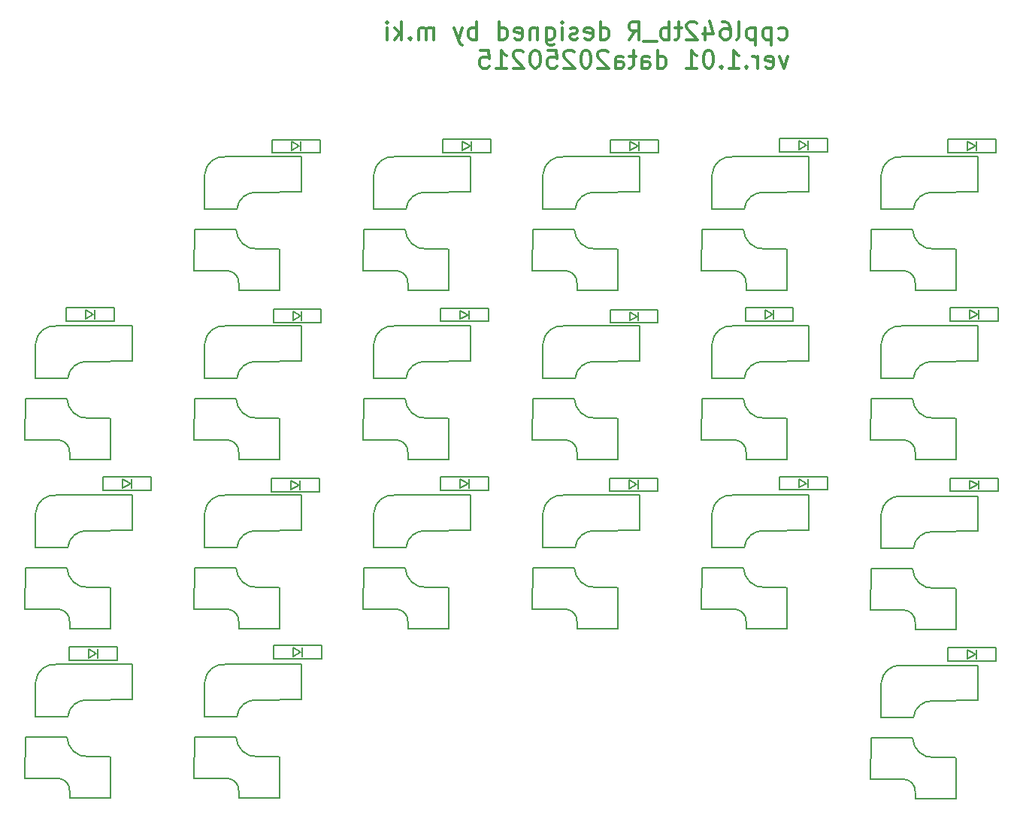
<source format=gbr>
%TF.GenerationSoftware,KiCad,Pcbnew,8.0.7*%
%TF.CreationDate,2025-02-16T08:40:01+09:00*%
%TF.ProjectId,cool642tb_R,636f6f6c-3634-4327-9462-5f522e6b6963,rev?*%
%TF.SameCoordinates,Original*%
%TF.FileFunction,Legend,Bot*%
%TF.FilePolarity,Positive*%
%FSLAX46Y46*%
G04 Gerber Fmt 4.6, Leading zero omitted, Abs format (unit mm)*
G04 Created by KiCad (PCBNEW 8.0.7) date 2025-02-16 08:40:01*
%MOMM*%
%LPD*%
G01*
G04 APERTURE LIST*
%ADD10C,0.300000*%
%ADD11C,0.150000*%
G04 APERTURE END LIST*
D10*
X58549298Y20105488D02*
X58739774Y20010249D01*
X58739774Y20010249D02*
X59120727Y20010249D01*
X59120727Y20010249D02*
X59311203Y20105488D01*
X59311203Y20105488D02*
X59406441Y20200726D01*
X59406441Y20200726D02*
X59501679Y20391202D01*
X59501679Y20391202D02*
X59501679Y20962630D01*
X59501679Y20962630D02*
X59406441Y21153107D01*
X59406441Y21153107D02*
X59311203Y21248345D01*
X59311203Y21248345D02*
X59120727Y21343583D01*
X59120727Y21343583D02*
X58739774Y21343583D01*
X58739774Y21343583D02*
X58549298Y21248345D01*
X57692155Y21343583D02*
X57692155Y19343583D01*
X57692155Y21248345D02*
X57501679Y21343583D01*
X57501679Y21343583D02*
X57120726Y21343583D01*
X57120726Y21343583D02*
X56930250Y21248345D01*
X56930250Y21248345D02*
X56835012Y21153107D01*
X56835012Y21153107D02*
X56739774Y20962630D01*
X56739774Y20962630D02*
X56739774Y20391202D01*
X56739774Y20391202D02*
X56835012Y20200726D01*
X56835012Y20200726D02*
X56930250Y20105488D01*
X56930250Y20105488D02*
X57120726Y20010249D01*
X57120726Y20010249D02*
X57501679Y20010249D01*
X57501679Y20010249D02*
X57692155Y20105488D01*
X55882631Y21343583D02*
X55882631Y19343583D01*
X55882631Y21248345D02*
X55692155Y21343583D01*
X55692155Y21343583D02*
X55311202Y21343583D01*
X55311202Y21343583D02*
X55120726Y21248345D01*
X55120726Y21248345D02*
X55025488Y21153107D01*
X55025488Y21153107D02*
X54930250Y20962630D01*
X54930250Y20962630D02*
X54930250Y20391202D01*
X54930250Y20391202D02*
X55025488Y20200726D01*
X55025488Y20200726D02*
X55120726Y20105488D01*
X55120726Y20105488D02*
X55311202Y20010249D01*
X55311202Y20010249D02*
X55692155Y20010249D01*
X55692155Y20010249D02*
X55882631Y20105488D01*
X53787393Y20010249D02*
X53977869Y20105488D01*
X53977869Y20105488D02*
X54073107Y20295964D01*
X54073107Y20295964D02*
X54073107Y22010249D01*
X52168345Y22010249D02*
X52549298Y22010249D01*
X52549298Y22010249D02*
X52739774Y21915011D01*
X52739774Y21915011D02*
X52835012Y21819773D01*
X52835012Y21819773D02*
X53025488Y21534059D01*
X53025488Y21534059D02*
X53120726Y21153107D01*
X53120726Y21153107D02*
X53120726Y20391202D01*
X53120726Y20391202D02*
X53025488Y20200726D01*
X53025488Y20200726D02*
X52930250Y20105488D01*
X52930250Y20105488D02*
X52739774Y20010249D01*
X52739774Y20010249D02*
X52358821Y20010249D01*
X52358821Y20010249D02*
X52168345Y20105488D01*
X52168345Y20105488D02*
X52073107Y20200726D01*
X52073107Y20200726D02*
X51977869Y20391202D01*
X51977869Y20391202D02*
X51977869Y20867392D01*
X51977869Y20867392D02*
X52073107Y21057868D01*
X52073107Y21057868D02*
X52168345Y21153107D01*
X52168345Y21153107D02*
X52358821Y21248345D01*
X52358821Y21248345D02*
X52739774Y21248345D01*
X52739774Y21248345D02*
X52930250Y21153107D01*
X52930250Y21153107D02*
X53025488Y21057868D01*
X53025488Y21057868D02*
X53120726Y20867392D01*
X50263583Y21343583D02*
X50263583Y20010249D01*
X50739774Y22105488D02*
X51215964Y20676916D01*
X51215964Y20676916D02*
X49977869Y20676916D01*
X49311202Y21819773D02*
X49215964Y21915011D01*
X49215964Y21915011D02*
X49025488Y22010249D01*
X49025488Y22010249D02*
X48549297Y22010249D01*
X48549297Y22010249D02*
X48358821Y21915011D01*
X48358821Y21915011D02*
X48263583Y21819773D01*
X48263583Y21819773D02*
X48168345Y21629297D01*
X48168345Y21629297D02*
X48168345Y21438821D01*
X48168345Y21438821D02*
X48263583Y21153107D01*
X48263583Y21153107D02*
X49406440Y20010249D01*
X49406440Y20010249D02*
X48168345Y20010249D01*
X47596916Y21343583D02*
X46835012Y21343583D01*
X47311202Y22010249D02*
X47311202Y20295964D01*
X47311202Y20295964D02*
X47215964Y20105488D01*
X47215964Y20105488D02*
X47025488Y20010249D01*
X47025488Y20010249D02*
X46835012Y20010249D01*
X46168345Y20010249D02*
X46168345Y22010249D01*
X46168345Y21248345D02*
X45977869Y21343583D01*
X45977869Y21343583D02*
X45596916Y21343583D01*
X45596916Y21343583D02*
X45406440Y21248345D01*
X45406440Y21248345D02*
X45311202Y21153107D01*
X45311202Y21153107D02*
X45215964Y20962630D01*
X45215964Y20962630D02*
X45215964Y20391202D01*
X45215964Y20391202D02*
X45311202Y20200726D01*
X45311202Y20200726D02*
X45406440Y20105488D01*
X45406440Y20105488D02*
X45596916Y20010249D01*
X45596916Y20010249D02*
X45977869Y20010249D01*
X45977869Y20010249D02*
X46168345Y20105488D01*
X44835012Y19819773D02*
X43311202Y19819773D01*
X41692154Y20010249D02*
X42358821Y20962630D01*
X42835011Y20010249D02*
X42835011Y22010249D01*
X42835011Y22010249D02*
X42073106Y22010249D01*
X42073106Y22010249D02*
X41882630Y21915011D01*
X41882630Y21915011D02*
X41787392Y21819773D01*
X41787392Y21819773D02*
X41692154Y21629297D01*
X41692154Y21629297D02*
X41692154Y21343583D01*
X41692154Y21343583D02*
X41787392Y21153107D01*
X41787392Y21153107D02*
X41882630Y21057868D01*
X41882630Y21057868D02*
X42073106Y20962630D01*
X42073106Y20962630D02*
X42835011Y20962630D01*
X38454058Y20010249D02*
X38454058Y22010249D01*
X38454058Y20105488D02*
X38644534Y20010249D01*
X38644534Y20010249D02*
X39025487Y20010249D01*
X39025487Y20010249D02*
X39215963Y20105488D01*
X39215963Y20105488D02*
X39311201Y20200726D01*
X39311201Y20200726D02*
X39406439Y20391202D01*
X39406439Y20391202D02*
X39406439Y20962630D01*
X39406439Y20962630D02*
X39311201Y21153107D01*
X39311201Y21153107D02*
X39215963Y21248345D01*
X39215963Y21248345D02*
X39025487Y21343583D01*
X39025487Y21343583D02*
X38644534Y21343583D01*
X38644534Y21343583D02*
X38454058Y21248345D01*
X36739772Y20105488D02*
X36930248Y20010249D01*
X36930248Y20010249D02*
X37311201Y20010249D01*
X37311201Y20010249D02*
X37501677Y20105488D01*
X37501677Y20105488D02*
X37596915Y20295964D01*
X37596915Y20295964D02*
X37596915Y21057868D01*
X37596915Y21057868D02*
X37501677Y21248345D01*
X37501677Y21248345D02*
X37311201Y21343583D01*
X37311201Y21343583D02*
X36930248Y21343583D01*
X36930248Y21343583D02*
X36739772Y21248345D01*
X36739772Y21248345D02*
X36644534Y21057868D01*
X36644534Y21057868D02*
X36644534Y20867392D01*
X36644534Y20867392D02*
X37596915Y20676916D01*
X35882629Y20105488D02*
X35692153Y20010249D01*
X35692153Y20010249D02*
X35311201Y20010249D01*
X35311201Y20010249D02*
X35120724Y20105488D01*
X35120724Y20105488D02*
X35025486Y20295964D01*
X35025486Y20295964D02*
X35025486Y20391202D01*
X35025486Y20391202D02*
X35120724Y20581678D01*
X35120724Y20581678D02*
X35311201Y20676916D01*
X35311201Y20676916D02*
X35596915Y20676916D01*
X35596915Y20676916D02*
X35787391Y20772154D01*
X35787391Y20772154D02*
X35882629Y20962630D01*
X35882629Y20962630D02*
X35882629Y21057868D01*
X35882629Y21057868D02*
X35787391Y21248345D01*
X35787391Y21248345D02*
X35596915Y21343583D01*
X35596915Y21343583D02*
X35311201Y21343583D01*
X35311201Y21343583D02*
X35120724Y21248345D01*
X34168343Y20010249D02*
X34168343Y21343583D01*
X34168343Y22010249D02*
X34263581Y21915011D01*
X34263581Y21915011D02*
X34168343Y21819773D01*
X34168343Y21819773D02*
X34073105Y21915011D01*
X34073105Y21915011D02*
X34168343Y22010249D01*
X34168343Y22010249D02*
X34168343Y21819773D01*
X32358819Y21343583D02*
X32358819Y19724535D01*
X32358819Y19724535D02*
X32454057Y19534059D01*
X32454057Y19534059D02*
X32549295Y19438821D01*
X32549295Y19438821D02*
X32739772Y19343583D01*
X32739772Y19343583D02*
X33025486Y19343583D01*
X33025486Y19343583D02*
X33215962Y19438821D01*
X32358819Y20105488D02*
X32549295Y20010249D01*
X32549295Y20010249D02*
X32930248Y20010249D01*
X32930248Y20010249D02*
X33120724Y20105488D01*
X33120724Y20105488D02*
X33215962Y20200726D01*
X33215962Y20200726D02*
X33311200Y20391202D01*
X33311200Y20391202D02*
X33311200Y20962630D01*
X33311200Y20962630D02*
X33215962Y21153107D01*
X33215962Y21153107D02*
X33120724Y21248345D01*
X33120724Y21248345D02*
X32930248Y21343583D01*
X32930248Y21343583D02*
X32549295Y21343583D01*
X32549295Y21343583D02*
X32358819Y21248345D01*
X31406438Y21343583D02*
X31406438Y20010249D01*
X31406438Y21153107D02*
X31311200Y21248345D01*
X31311200Y21248345D02*
X31120724Y21343583D01*
X31120724Y21343583D02*
X30835009Y21343583D01*
X30835009Y21343583D02*
X30644533Y21248345D01*
X30644533Y21248345D02*
X30549295Y21057868D01*
X30549295Y21057868D02*
X30549295Y20010249D01*
X28835009Y20105488D02*
X29025485Y20010249D01*
X29025485Y20010249D02*
X29406438Y20010249D01*
X29406438Y20010249D02*
X29596914Y20105488D01*
X29596914Y20105488D02*
X29692152Y20295964D01*
X29692152Y20295964D02*
X29692152Y21057868D01*
X29692152Y21057868D02*
X29596914Y21248345D01*
X29596914Y21248345D02*
X29406438Y21343583D01*
X29406438Y21343583D02*
X29025485Y21343583D01*
X29025485Y21343583D02*
X28835009Y21248345D01*
X28835009Y21248345D02*
X28739771Y21057868D01*
X28739771Y21057868D02*
X28739771Y20867392D01*
X28739771Y20867392D02*
X29692152Y20676916D01*
X27025485Y20010249D02*
X27025485Y22010249D01*
X27025485Y20105488D02*
X27215961Y20010249D01*
X27215961Y20010249D02*
X27596914Y20010249D01*
X27596914Y20010249D02*
X27787390Y20105488D01*
X27787390Y20105488D02*
X27882628Y20200726D01*
X27882628Y20200726D02*
X27977866Y20391202D01*
X27977866Y20391202D02*
X27977866Y20962630D01*
X27977866Y20962630D02*
X27882628Y21153107D01*
X27882628Y21153107D02*
X27787390Y21248345D01*
X27787390Y21248345D02*
X27596914Y21343583D01*
X27596914Y21343583D02*
X27215961Y21343583D01*
X27215961Y21343583D02*
X27025485Y21248345D01*
X24549294Y20010249D02*
X24549294Y22010249D01*
X24549294Y21248345D02*
X24358818Y21343583D01*
X24358818Y21343583D02*
X23977865Y21343583D01*
X23977865Y21343583D02*
X23787389Y21248345D01*
X23787389Y21248345D02*
X23692151Y21153107D01*
X23692151Y21153107D02*
X23596913Y20962630D01*
X23596913Y20962630D02*
X23596913Y20391202D01*
X23596913Y20391202D02*
X23692151Y20200726D01*
X23692151Y20200726D02*
X23787389Y20105488D01*
X23787389Y20105488D02*
X23977865Y20010249D01*
X23977865Y20010249D02*
X24358818Y20010249D01*
X24358818Y20010249D02*
X24549294Y20105488D01*
X22930246Y21343583D02*
X22454056Y20010249D01*
X21977865Y21343583D02*
X22454056Y20010249D01*
X22454056Y20010249D02*
X22644532Y19534059D01*
X22644532Y19534059D02*
X22739770Y19438821D01*
X22739770Y19438821D02*
X22930246Y19343583D01*
X19692150Y20010249D02*
X19692150Y21343583D01*
X19692150Y21153107D02*
X19596912Y21248345D01*
X19596912Y21248345D02*
X19406436Y21343583D01*
X19406436Y21343583D02*
X19120721Y21343583D01*
X19120721Y21343583D02*
X18930245Y21248345D01*
X18930245Y21248345D02*
X18835007Y21057868D01*
X18835007Y21057868D02*
X18835007Y20010249D01*
X18835007Y21057868D02*
X18739769Y21248345D01*
X18739769Y21248345D02*
X18549293Y21343583D01*
X18549293Y21343583D02*
X18263579Y21343583D01*
X18263579Y21343583D02*
X18073102Y21248345D01*
X18073102Y21248345D02*
X17977864Y21057868D01*
X17977864Y21057868D02*
X17977864Y20010249D01*
X17025483Y20200726D02*
X16930245Y20105488D01*
X16930245Y20105488D02*
X17025483Y20010249D01*
X17025483Y20010249D02*
X17120721Y20105488D01*
X17120721Y20105488D02*
X17025483Y20200726D01*
X17025483Y20200726D02*
X17025483Y20010249D01*
X16073102Y20010249D02*
X16073102Y22010249D01*
X15882626Y20772154D02*
X15311197Y20010249D01*
X15311197Y21343583D02*
X16073102Y20581678D01*
X14454054Y20010249D02*
X14454054Y21343583D01*
X14454054Y22010249D02*
X14549292Y21915011D01*
X14549292Y21915011D02*
X14454054Y21819773D01*
X14454054Y21819773D02*
X14358816Y21915011D01*
X14358816Y21915011D02*
X14454054Y22010249D01*
X14454054Y22010249D02*
X14454054Y21819773D01*
X59596917Y18123695D02*
X59120727Y16790361D01*
X59120727Y16790361D02*
X58644536Y18123695D01*
X57120726Y16885600D02*
X57311202Y16790361D01*
X57311202Y16790361D02*
X57692155Y16790361D01*
X57692155Y16790361D02*
X57882631Y16885600D01*
X57882631Y16885600D02*
X57977869Y17076076D01*
X57977869Y17076076D02*
X57977869Y17837980D01*
X57977869Y17837980D02*
X57882631Y18028457D01*
X57882631Y18028457D02*
X57692155Y18123695D01*
X57692155Y18123695D02*
X57311202Y18123695D01*
X57311202Y18123695D02*
X57120726Y18028457D01*
X57120726Y18028457D02*
X57025488Y17837980D01*
X57025488Y17837980D02*
X57025488Y17647504D01*
X57025488Y17647504D02*
X57977869Y17457028D01*
X56168345Y16790361D02*
X56168345Y18123695D01*
X56168345Y17742742D02*
X56073107Y17933219D01*
X56073107Y17933219D02*
X55977869Y18028457D01*
X55977869Y18028457D02*
X55787393Y18123695D01*
X55787393Y18123695D02*
X55596916Y18123695D01*
X54930250Y16980838D02*
X54835012Y16885600D01*
X54835012Y16885600D02*
X54930250Y16790361D01*
X54930250Y16790361D02*
X55025488Y16885600D01*
X55025488Y16885600D02*
X54930250Y16980838D01*
X54930250Y16980838D02*
X54930250Y16790361D01*
X52930250Y16790361D02*
X54073107Y16790361D01*
X53501679Y16790361D02*
X53501679Y18790361D01*
X53501679Y18790361D02*
X53692155Y18504647D01*
X53692155Y18504647D02*
X53882631Y18314171D01*
X53882631Y18314171D02*
X54073107Y18218933D01*
X52073107Y16980838D02*
X51977869Y16885600D01*
X51977869Y16885600D02*
X52073107Y16790361D01*
X52073107Y16790361D02*
X52168345Y16885600D01*
X52168345Y16885600D02*
X52073107Y16980838D01*
X52073107Y16980838D02*
X52073107Y16790361D01*
X50739774Y18790361D02*
X50549297Y18790361D01*
X50549297Y18790361D02*
X50358821Y18695123D01*
X50358821Y18695123D02*
X50263583Y18599885D01*
X50263583Y18599885D02*
X50168345Y18409409D01*
X50168345Y18409409D02*
X50073107Y18028457D01*
X50073107Y18028457D02*
X50073107Y17552266D01*
X50073107Y17552266D02*
X50168345Y17171314D01*
X50168345Y17171314D02*
X50263583Y16980838D01*
X50263583Y16980838D02*
X50358821Y16885600D01*
X50358821Y16885600D02*
X50549297Y16790361D01*
X50549297Y16790361D02*
X50739774Y16790361D01*
X50739774Y16790361D02*
X50930250Y16885600D01*
X50930250Y16885600D02*
X51025488Y16980838D01*
X51025488Y16980838D02*
X51120726Y17171314D01*
X51120726Y17171314D02*
X51215964Y17552266D01*
X51215964Y17552266D02*
X51215964Y18028457D01*
X51215964Y18028457D02*
X51120726Y18409409D01*
X51120726Y18409409D02*
X51025488Y18599885D01*
X51025488Y18599885D02*
X50930250Y18695123D01*
X50930250Y18695123D02*
X50739774Y18790361D01*
X48168345Y16790361D02*
X49311202Y16790361D01*
X48739774Y16790361D02*
X48739774Y18790361D01*
X48739774Y18790361D02*
X48930250Y18504647D01*
X48930250Y18504647D02*
X49120726Y18314171D01*
X49120726Y18314171D02*
X49311202Y18218933D01*
X44930249Y16790361D02*
X44930249Y18790361D01*
X44930249Y16885600D02*
X45120725Y16790361D01*
X45120725Y16790361D02*
X45501678Y16790361D01*
X45501678Y16790361D02*
X45692154Y16885600D01*
X45692154Y16885600D02*
X45787392Y16980838D01*
X45787392Y16980838D02*
X45882630Y17171314D01*
X45882630Y17171314D02*
X45882630Y17742742D01*
X45882630Y17742742D02*
X45787392Y17933219D01*
X45787392Y17933219D02*
X45692154Y18028457D01*
X45692154Y18028457D02*
X45501678Y18123695D01*
X45501678Y18123695D02*
X45120725Y18123695D01*
X45120725Y18123695D02*
X44930249Y18028457D01*
X43120725Y16790361D02*
X43120725Y17837980D01*
X43120725Y17837980D02*
X43215963Y18028457D01*
X43215963Y18028457D02*
X43406439Y18123695D01*
X43406439Y18123695D02*
X43787392Y18123695D01*
X43787392Y18123695D02*
X43977868Y18028457D01*
X43120725Y16885600D02*
X43311201Y16790361D01*
X43311201Y16790361D02*
X43787392Y16790361D01*
X43787392Y16790361D02*
X43977868Y16885600D01*
X43977868Y16885600D02*
X44073106Y17076076D01*
X44073106Y17076076D02*
X44073106Y17266552D01*
X44073106Y17266552D02*
X43977868Y17457028D01*
X43977868Y17457028D02*
X43787392Y17552266D01*
X43787392Y17552266D02*
X43311201Y17552266D01*
X43311201Y17552266D02*
X43120725Y17647504D01*
X42454058Y18123695D02*
X41692154Y18123695D01*
X42168344Y18790361D02*
X42168344Y17076076D01*
X42168344Y17076076D02*
X42073106Y16885600D01*
X42073106Y16885600D02*
X41882630Y16790361D01*
X41882630Y16790361D02*
X41692154Y16790361D01*
X40168344Y16790361D02*
X40168344Y17837980D01*
X40168344Y17837980D02*
X40263582Y18028457D01*
X40263582Y18028457D02*
X40454058Y18123695D01*
X40454058Y18123695D02*
X40835011Y18123695D01*
X40835011Y18123695D02*
X41025487Y18028457D01*
X40168344Y16885600D02*
X40358820Y16790361D01*
X40358820Y16790361D02*
X40835011Y16790361D01*
X40835011Y16790361D02*
X41025487Y16885600D01*
X41025487Y16885600D02*
X41120725Y17076076D01*
X41120725Y17076076D02*
X41120725Y17266552D01*
X41120725Y17266552D02*
X41025487Y17457028D01*
X41025487Y17457028D02*
X40835011Y17552266D01*
X40835011Y17552266D02*
X40358820Y17552266D01*
X40358820Y17552266D02*
X40168344Y17647504D01*
X39311201Y18599885D02*
X39215963Y18695123D01*
X39215963Y18695123D02*
X39025487Y18790361D01*
X39025487Y18790361D02*
X38549296Y18790361D01*
X38549296Y18790361D02*
X38358820Y18695123D01*
X38358820Y18695123D02*
X38263582Y18599885D01*
X38263582Y18599885D02*
X38168344Y18409409D01*
X38168344Y18409409D02*
X38168344Y18218933D01*
X38168344Y18218933D02*
X38263582Y17933219D01*
X38263582Y17933219D02*
X39406439Y16790361D01*
X39406439Y16790361D02*
X38168344Y16790361D01*
X36930249Y18790361D02*
X36739772Y18790361D01*
X36739772Y18790361D02*
X36549296Y18695123D01*
X36549296Y18695123D02*
X36454058Y18599885D01*
X36454058Y18599885D02*
X36358820Y18409409D01*
X36358820Y18409409D02*
X36263582Y18028457D01*
X36263582Y18028457D02*
X36263582Y17552266D01*
X36263582Y17552266D02*
X36358820Y17171314D01*
X36358820Y17171314D02*
X36454058Y16980838D01*
X36454058Y16980838D02*
X36549296Y16885600D01*
X36549296Y16885600D02*
X36739772Y16790361D01*
X36739772Y16790361D02*
X36930249Y16790361D01*
X36930249Y16790361D02*
X37120725Y16885600D01*
X37120725Y16885600D02*
X37215963Y16980838D01*
X37215963Y16980838D02*
X37311201Y17171314D01*
X37311201Y17171314D02*
X37406439Y17552266D01*
X37406439Y17552266D02*
X37406439Y18028457D01*
X37406439Y18028457D02*
X37311201Y18409409D01*
X37311201Y18409409D02*
X37215963Y18599885D01*
X37215963Y18599885D02*
X37120725Y18695123D01*
X37120725Y18695123D02*
X36930249Y18790361D01*
X35501677Y18599885D02*
X35406439Y18695123D01*
X35406439Y18695123D02*
X35215963Y18790361D01*
X35215963Y18790361D02*
X34739772Y18790361D01*
X34739772Y18790361D02*
X34549296Y18695123D01*
X34549296Y18695123D02*
X34454058Y18599885D01*
X34454058Y18599885D02*
X34358820Y18409409D01*
X34358820Y18409409D02*
X34358820Y18218933D01*
X34358820Y18218933D02*
X34454058Y17933219D01*
X34454058Y17933219D02*
X35596915Y16790361D01*
X35596915Y16790361D02*
X34358820Y16790361D01*
X32549296Y18790361D02*
X33501677Y18790361D01*
X33501677Y18790361D02*
X33596915Y17837980D01*
X33596915Y17837980D02*
X33501677Y17933219D01*
X33501677Y17933219D02*
X33311201Y18028457D01*
X33311201Y18028457D02*
X32835010Y18028457D01*
X32835010Y18028457D02*
X32644534Y17933219D01*
X32644534Y17933219D02*
X32549296Y17837980D01*
X32549296Y17837980D02*
X32454058Y17647504D01*
X32454058Y17647504D02*
X32454058Y17171314D01*
X32454058Y17171314D02*
X32549296Y16980838D01*
X32549296Y16980838D02*
X32644534Y16885600D01*
X32644534Y16885600D02*
X32835010Y16790361D01*
X32835010Y16790361D02*
X33311201Y16790361D01*
X33311201Y16790361D02*
X33501677Y16885600D01*
X33501677Y16885600D02*
X33596915Y16980838D01*
X31215963Y18790361D02*
X31025486Y18790361D01*
X31025486Y18790361D02*
X30835010Y18695123D01*
X30835010Y18695123D02*
X30739772Y18599885D01*
X30739772Y18599885D02*
X30644534Y18409409D01*
X30644534Y18409409D02*
X30549296Y18028457D01*
X30549296Y18028457D02*
X30549296Y17552266D01*
X30549296Y17552266D02*
X30644534Y17171314D01*
X30644534Y17171314D02*
X30739772Y16980838D01*
X30739772Y16980838D02*
X30835010Y16885600D01*
X30835010Y16885600D02*
X31025486Y16790361D01*
X31025486Y16790361D02*
X31215963Y16790361D01*
X31215963Y16790361D02*
X31406439Y16885600D01*
X31406439Y16885600D02*
X31501677Y16980838D01*
X31501677Y16980838D02*
X31596915Y17171314D01*
X31596915Y17171314D02*
X31692153Y17552266D01*
X31692153Y17552266D02*
X31692153Y18028457D01*
X31692153Y18028457D02*
X31596915Y18409409D01*
X31596915Y18409409D02*
X31501677Y18599885D01*
X31501677Y18599885D02*
X31406439Y18695123D01*
X31406439Y18695123D02*
X31215963Y18790361D01*
X29787391Y18599885D02*
X29692153Y18695123D01*
X29692153Y18695123D02*
X29501677Y18790361D01*
X29501677Y18790361D02*
X29025486Y18790361D01*
X29025486Y18790361D02*
X28835010Y18695123D01*
X28835010Y18695123D02*
X28739772Y18599885D01*
X28739772Y18599885D02*
X28644534Y18409409D01*
X28644534Y18409409D02*
X28644534Y18218933D01*
X28644534Y18218933D02*
X28739772Y17933219D01*
X28739772Y17933219D02*
X29882629Y16790361D01*
X29882629Y16790361D02*
X28644534Y16790361D01*
X26739772Y16790361D02*
X27882629Y16790361D01*
X27311201Y16790361D02*
X27311201Y18790361D01*
X27311201Y18790361D02*
X27501677Y18504647D01*
X27501677Y18504647D02*
X27692153Y18314171D01*
X27692153Y18314171D02*
X27882629Y18218933D01*
X24930248Y18790361D02*
X25882629Y18790361D01*
X25882629Y18790361D02*
X25977867Y17837980D01*
X25977867Y17837980D02*
X25882629Y17933219D01*
X25882629Y17933219D02*
X25692153Y18028457D01*
X25692153Y18028457D02*
X25215962Y18028457D01*
X25215962Y18028457D02*
X25025486Y17933219D01*
X25025486Y17933219D02*
X24930248Y17837980D01*
X24930248Y17837980D02*
X24835010Y17647504D01*
X24835010Y17647504D02*
X24835010Y17171314D01*
X24835010Y17171314D02*
X24930248Y16980838D01*
X24930248Y16980838D02*
X25025486Y16885600D01*
X25025486Y16885600D02*
X25215962Y16790361D01*
X25215962Y16790361D02*
X25692153Y16790361D01*
X25692153Y16790361D02*
X25882629Y16885600D01*
X25882629Y16885600D02*
X25977867Y16980838D01*
D11*
%TO.C,D7*%
X20450000Y-29260000D02*
X20450000Y-30760000D01*
X20450000Y-30760000D02*
X25850000Y-30760000D01*
X22650000Y-29510000D02*
X23550000Y-30010000D01*
X22650000Y-30510000D02*
X22650000Y-29510000D01*
X23550000Y-30010000D02*
X22650000Y-30510000D01*
X23650000Y-30510000D02*
X23650000Y-29510000D01*
X25850000Y-29260000D02*
X20450000Y-29260000D01*
X25850000Y-30760000D02*
X25850000Y-29260000D01*
%TO.C,D11*%
X39480000Y-29350000D02*
X39480000Y-30850000D01*
X39480000Y-30850000D02*
X44880000Y-30850000D01*
X41680000Y-29600000D02*
X42580000Y-30100000D01*
X41680000Y-30600000D02*
X41680000Y-29600000D01*
X42580000Y-30100000D02*
X41680000Y-30600000D01*
X42680000Y-30600000D02*
X42680000Y-29600000D01*
X44880000Y-29350000D02*
X39480000Y-29350000D01*
X44880000Y-30850000D02*
X44880000Y-29350000D01*
%TO.C,SW1*%
X-7275000Y-1400000D02*
X-7300000Y-6000000D01*
X-6100000Y4850000D02*
X-6100000Y905000D01*
X-6100000Y896000D02*
X-2490000Y896000D01*
X-3500000Y-6025000D02*
X-7275000Y-6025000D01*
X-2575000Y-1375000D02*
X-7275000Y-1375000D01*
X-2280000Y-7500000D02*
X-2280000Y-8200000D01*
X2275000Y-3575000D02*
X-275000Y-3575000D01*
X2275000Y-8225000D02*
X-2275000Y-8225000D01*
X2300000Y-3600000D02*
X2300000Y-8200000D01*
X4800000Y6804000D02*
X-3825000Y6804000D01*
X4800000Y2896000D02*
X4800000Y6804000D01*
X4800000Y2850000D02*
X-250000Y2804000D01*
X-6089000Y4920000D02*
G75*
G02*
X-3825000Y6804000I2074000J-190000D01*
G01*
X-3500000Y-6030000D02*
G75*
G02*
X-2280000Y-7450000I-100000J-1320000D01*
G01*
X-2485000Y920000D02*
G75*
G02*
X-225000Y2800000I2070000J-190000D01*
G01*
X-200000Y-3570000D02*
G75*
G02*
X-2570000Y-1400000I-100000J2270000D01*
G01*
%TO.C,D20*%
X77620000Y-48450000D02*
X77620000Y-49950000D01*
X77620000Y-49950000D02*
X83020000Y-49950000D01*
X79820000Y-48700000D02*
X80720000Y-49200000D01*
X79820000Y-49700000D02*
X79820000Y-48700000D01*
X80720000Y-49200000D02*
X79820000Y-49700000D01*
X80820000Y-49700000D02*
X80820000Y-48700000D01*
X83020000Y-48450000D02*
X77620000Y-48450000D01*
X83020000Y-49950000D02*
X83020000Y-48450000D01*
%TO.C,SW8*%
X-26325000Y-39500000D02*
X-26350000Y-44100000D01*
X-25150000Y-33250000D02*
X-25150000Y-37195000D01*
X-25150000Y-37204000D02*
X-21540000Y-37204000D01*
X-22550000Y-44125000D02*
X-26325000Y-44125000D01*
X-21625000Y-39475000D02*
X-26325000Y-39475000D01*
X-21330000Y-45600000D02*
X-21330000Y-46300000D01*
X-16775000Y-41675000D02*
X-19325000Y-41675000D01*
X-16775000Y-46325000D02*
X-21325000Y-46325000D01*
X-16750000Y-41700000D02*
X-16750000Y-46300000D01*
X-14250000Y-31296000D02*
X-22875000Y-31296000D01*
X-14250000Y-35204000D02*
X-14250000Y-31296000D01*
X-14250000Y-35250000D02*
X-19300000Y-35296000D01*
X-25139000Y-33180000D02*
G75*
G02*
X-22875000Y-31296000I2074000J-190000D01*
G01*
X-22550000Y-44130000D02*
G75*
G02*
X-21330000Y-45550000I-100000J-1320000D01*
G01*
X-21535000Y-37180000D02*
G75*
G02*
X-19275000Y-35300000I2070000J-190000D01*
G01*
X-19250000Y-41670000D02*
G75*
G02*
X-21620000Y-39500000I-100000J2270000D01*
G01*
%TO.C,D13*%
X58610000Y8890000D02*
X58610000Y7390000D01*
X58610000Y7390000D02*
X64010000Y7390000D01*
X60810000Y8640000D02*
X61710000Y8140000D01*
X60810000Y7640000D02*
X60810000Y8640000D01*
X61710000Y8140000D02*
X60810000Y7640000D01*
X61810000Y7640000D02*
X61810000Y8640000D01*
X64010000Y8890000D02*
X58610000Y8890000D01*
X64010000Y7390000D02*
X64010000Y8890000D01*
%TO.C,SW15*%
X49875000Y-39500000D02*
X49850000Y-44100000D01*
X51050000Y-33250000D02*
X51050000Y-37195000D01*
X51050000Y-37204000D02*
X54660000Y-37204000D01*
X53650000Y-44125000D02*
X49875000Y-44125000D01*
X54575000Y-39475000D02*
X49875000Y-39475000D01*
X54870000Y-45600000D02*
X54870000Y-46300000D01*
X59425000Y-41675000D02*
X56875000Y-41675000D01*
X59425000Y-46325000D02*
X54875000Y-46325000D01*
X59450000Y-41700000D02*
X59450000Y-46300000D01*
X61950000Y-31296000D02*
X53325000Y-31296000D01*
X61950000Y-35204000D02*
X61950000Y-31296000D01*
X61950000Y-35250000D02*
X56900000Y-35296000D01*
X51061000Y-33180000D02*
G75*
G02*
X53325000Y-31296000I2074000J-190000D01*
G01*
X53650000Y-44130000D02*
G75*
G02*
X54870000Y-45550000I-100000J-1320000D01*
G01*
X54665000Y-37180000D02*
G75*
G02*
X56925000Y-35300000I2070000J-190000D01*
G01*
X56950000Y-41670000D02*
G75*
G02*
X54580000Y-39500000I-100000J2270000D01*
G01*
%TO.C,SW16*%
X-7275000Y-58550000D02*
X-7300000Y-63150000D01*
X-6100000Y-52300000D02*
X-6100000Y-56245000D01*
X-6100000Y-56254000D02*
X-2490000Y-56254000D01*
X-3500000Y-63175000D02*
X-7275000Y-63175000D01*
X-2575000Y-58525000D02*
X-7275000Y-58525000D01*
X-2280000Y-64650000D02*
X-2280000Y-65350000D01*
X2275000Y-60725000D02*
X-275000Y-60725000D01*
X2275000Y-65375000D02*
X-2275000Y-65375000D01*
X2300000Y-60750000D02*
X2300000Y-65350000D01*
X4800000Y-50346000D02*
X-3825000Y-50346000D01*
X4800000Y-54254000D02*
X4800000Y-50346000D01*
X4800000Y-54300000D02*
X-250000Y-54346000D01*
X-6089000Y-52230000D02*
G75*
G02*
X-3825000Y-50346000I2074000J-190000D01*
G01*
X-3500000Y-63180000D02*
G75*
G02*
X-2280000Y-64600000I-100000J-1320000D01*
G01*
X-2485000Y-56230000D02*
G75*
G02*
X-225000Y-54350000I2070000J-190000D01*
G01*
X-200000Y-60720000D02*
G75*
G02*
X-2570000Y-58550000I-100000J2270000D01*
G01*
%TO.C,SW13*%
X49875000Y-1400000D02*
X49850000Y-6000000D01*
X51050000Y4850000D02*
X51050000Y905000D01*
X51050000Y896000D02*
X54660000Y896000D01*
X53650000Y-6025000D02*
X49875000Y-6025000D01*
X54575000Y-1375000D02*
X49875000Y-1375000D01*
X54870000Y-7500000D02*
X54870000Y-8200000D01*
X59425000Y-3575000D02*
X56875000Y-3575000D01*
X59425000Y-8225000D02*
X54875000Y-8225000D01*
X59450000Y-3600000D02*
X59450000Y-8200000D01*
X61950000Y6804000D02*
X53325000Y6804000D01*
X61950000Y2896000D02*
X61950000Y6804000D01*
X61950000Y2850000D02*
X56900000Y2804000D01*
X51061000Y4920000D02*
G75*
G02*
X53325000Y6804000I2074000J-190000D01*
G01*
X53650000Y-6030000D02*
G75*
G02*
X54870000Y-7450000I-100000J-1320000D01*
G01*
X54665000Y920000D02*
G75*
G02*
X56925000Y2800000I2070000J-190000D01*
G01*
X56950000Y-3570000D02*
G75*
G02*
X54580000Y-1400000I-100000J2270000D01*
G01*
%TO.C,D15*%
X58610000Y-29200000D02*
X58610000Y-30700000D01*
X58610000Y-30700000D02*
X64010000Y-30700000D01*
X60810000Y-29450000D02*
X61710000Y-29950000D01*
X60810000Y-30450000D02*
X60810000Y-29450000D01*
X61710000Y-29950000D02*
X60810000Y-30450000D01*
X61810000Y-30450000D02*
X61810000Y-29450000D01*
X64010000Y-29200000D02*
X58610000Y-29200000D01*
X64010000Y-30700000D02*
X64010000Y-29200000D01*
%TO.C,D1*%
X1460000Y8750000D02*
X1460000Y7250000D01*
X1460000Y7250000D02*
X6860000Y7250000D01*
X3660000Y8500000D02*
X4560000Y8000000D01*
X3660000Y7500000D02*
X3660000Y8500000D01*
X4560000Y8000000D02*
X3660000Y7500000D01*
X4660000Y7500000D02*
X4660000Y8500000D01*
X6860000Y8750000D02*
X1460000Y8750000D01*
X6860000Y7250000D02*
X6860000Y8750000D01*
%TO.C,D9*%
X39600000Y8750000D02*
X39600000Y7250000D01*
X39600000Y7250000D02*
X45000000Y7250000D01*
X41800000Y8500000D02*
X42700000Y8000000D01*
X41800000Y7500000D02*
X41800000Y8500000D01*
X42700000Y8000000D02*
X41800000Y7500000D01*
X42800000Y7500000D02*
X42800000Y8500000D01*
X45000000Y8750000D02*
X39600000Y8750000D01*
X45000000Y7250000D02*
X45000000Y8750000D01*
%TO.C,D17*%
X77590000Y8810000D02*
X77590000Y7310000D01*
X77590000Y7310000D02*
X82990000Y7310000D01*
X79790000Y8560000D02*
X80690000Y8060000D01*
X79790000Y7560000D02*
X79790000Y8560000D01*
X80690000Y8060000D02*
X79790000Y7560000D01*
X80790000Y7560000D02*
X80790000Y8560000D01*
X82990000Y8810000D02*
X77590000Y8810000D01*
X82990000Y7310000D02*
X82990000Y8810000D01*
%TO.C,D4*%
X-21740000Y-10200000D02*
X-21740000Y-11700000D01*
X-21740000Y-11700000D02*
X-16340000Y-11700000D01*
X-19540000Y-10450000D02*
X-18640000Y-10950000D01*
X-19540000Y-11450000D02*
X-19540000Y-10450000D01*
X-18640000Y-10950000D02*
X-19540000Y-11450000D01*
X-18540000Y-11450000D02*
X-18540000Y-10450000D01*
X-16340000Y-10200000D02*
X-21740000Y-10200000D01*
X-16340000Y-11700000D02*
X-16340000Y-10200000D01*
%TO.C,D16*%
X1630000Y-48220000D02*
X1630000Y-49720000D01*
X1630000Y-49720000D02*
X7030000Y-49720000D01*
X3830000Y-48470000D02*
X4730000Y-48970000D01*
X3830000Y-49470000D02*
X3830000Y-48470000D01*
X4730000Y-48970000D02*
X3830000Y-49470000D01*
X4830000Y-49470000D02*
X4830000Y-48470000D01*
X7030000Y-48220000D02*
X1630000Y-48220000D01*
X7030000Y-49720000D02*
X7030000Y-48220000D01*
%TO.C,SW17*%
X68925000Y-1400000D02*
X68900000Y-6000000D01*
X70100000Y4850000D02*
X70100000Y905000D01*
X70100000Y896000D02*
X73710000Y896000D01*
X72700000Y-6025000D02*
X68925000Y-6025000D01*
X73625000Y-1375000D02*
X68925000Y-1375000D01*
X73920000Y-7500000D02*
X73920000Y-8200000D01*
X78475000Y-3575000D02*
X75925000Y-3575000D01*
X78475000Y-8225000D02*
X73925000Y-8225000D01*
X78500000Y-3600000D02*
X78500000Y-8200000D01*
X81000000Y6804000D02*
X72375000Y6804000D01*
X81000000Y2896000D02*
X81000000Y6804000D01*
X81000000Y2850000D02*
X75950000Y2804000D01*
X70111000Y4920000D02*
G75*
G02*
X72375000Y6804000I2074000J-190000D01*
G01*
X72700000Y-6030000D02*
G75*
G02*
X73920000Y-7450000I-100000J-1320000D01*
G01*
X73715000Y920000D02*
G75*
G02*
X75975000Y2800000I2070000J-190000D01*
G01*
X76000000Y-3570000D02*
G75*
G02*
X73630000Y-1400000I-100000J2270000D01*
G01*
%TO.C,D3*%
X1405000Y-29380000D02*
X1405000Y-30880000D01*
X1405000Y-30880000D02*
X6805000Y-30880000D01*
X3605000Y-29630000D02*
X4505000Y-30130000D01*
X3605000Y-30630000D02*
X3605000Y-29630000D01*
X4505000Y-30130000D02*
X3605000Y-30630000D01*
X4605000Y-30630000D02*
X4605000Y-29630000D01*
X6805000Y-29380000D02*
X1405000Y-29380000D01*
X6805000Y-30880000D02*
X6805000Y-29380000D01*
%TO.C,D19*%
X77850000Y-29360000D02*
X77850000Y-30860000D01*
X77850000Y-30860000D02*
X83250000Y-30860000D01*
X80050000Y-29610000D02*
X80950000Y-30110000D01*
X80050000Y-30610000D02*
X80050000Y-29610000D01*
X80950000Y-30110000D02*
X80050000Y-30610000D01*
X81050000Y-30610000D02*
X81050000Y-29610000D01*
X83250000Y-29360000D02*
X77850000Y-29360000D01*
X83250000Y-30860000D02*
X83250000Y-29360000D01*
%TO.C,SW11*%
X30825000Y-39500000D02*
X30800000Y-44100000D01*
X32000000Y-33250000D02*
X32000000Y-37195000D01*
X32000000Y-37204000D02*
X35610000Y-37204000D01*
X34600000Y-44125000D02*
X30825000Y-44125000D01*
X35525000Y-39475000D02*
X30825000Y-39475000D01*
X35820000Y-45600000D02*
X35820000Y-46300000D01*
X40375000Y-41675000D02*
X37825000Y-41675000D01*
X40375000Y-46325000D02*
X35825000Y-46325000D01*
X40400000Y-41700000D02*
X40400000Y-46300000D01*
X42900000Y-31296000D02*
X34275000Y-31296000D01*
X42900000Y-35204000D02*
X42900000Y-31296000D01*
X42900000Y-35250000D02*
X37850000Y-35296000D01*
X32011000Y-33180000D02*
G75*
G02*
X34275000Y-31296000I2074000J-190000D01*
G01*
X34600000Y-44130000D02*
G75*
G02*
X35820000Y-45550000I-100000J-1320000D01*
G01*
X35615000Y-37180000D02*
G75*
G02*
X37875000Y-35300000I2070000J-190000D01*
G01*
X37900000Y-41670000D02*
G75*
G02*
X35530000Y-39500000I-100000J2270000D01*
G01*
%TO.C,SW12*%
X-26325000Y-58550000D02*
X-26350000Y-63150000D01*
X-25150000Y-52300000D02*
X-25150000Y-56245000D01*
X-25150000Y-56254000D02*
X-21540000Y-56254000D01*
X-22550000Y-63175000D02*
X-26325000Y-63175000D01*
X-21625000Y-58525000D02*
X-26325000Y-58525000D01*
X-21330000Y-64650000D02*
X-21330000Y-65350000D01*
X-16775000Y-60725000D02*
X-19325000Y-60725000D01*
X-16775000Y-65375000D02*
X-21325000Y-65375000D01*
X-16750000Y-60750000D02*
X-16750000Y-65350000D01*
X-14250000Y-50346000D02*
X-22875000Y-50346000D01*
X-14250000Y-54254000D02*
X-14250000Y-50346000D01*
X-14250000Y-54300000D02*
X-19300000Y-54346000D01*
X-25139000Y-52230000D02*
G75*
G02*
X-22875000Y-50346000I2074000J-190000D01*
G01*
X-22550000Y-63180000D02*
G75*
G02*
X-21330000Y-64600000I-100000J-1320000D01*
G01*
X-21535000Y-56230000D02*
G75*
G02*
X-19275000Y-54350000I2070000J-190000D01*
G01*
X-19250000Y-60720000D02*
G75*
G02*
X-21620000Y-58550000I-100000J2270000D01*
G01*
%TO.C,SW19*%
X68925000Y-39600000D02*
X68900000Y-44200000D01*
X70100000Y-33350000D02*
X70100000Y-37295000D01*
X70100000Y-37304000D02*
X73710000Y-37304000D01*
X72700000Y-44225000D02*
X68925000Y-44225000D01*
X73625000Y-39575000D02*
X68925000Y-39575000D01*
X73920000Y-45700000D02*
X73920000Y-46400000D01*
X78475000Y-41775000D02*
X75925000Y-41775000D01*
X78475000Y-46425000D02*
X73925000Y-46425000D01*
X78500000Y-41800000D02*
X78500000Y-46400000D01*
X81000000Y-31396000D02*
X72375000Y-31396000D01*
X81000000Y-35304000D02*
X81000000Y-31396000D01*
X81000000Y-35350000D02*
X75950000Y-35396000D01*
X70111000Y-33280000D02*
G75*
G02*
X72375000Y-31396000I2074000J-190000D01*
G01*
X72700000Y-44230000D02*
G75*
G02*
X73920000Y-45650000I-100000J-1320000D01*
G01*
X73715000Y-37280000D02*
G75*
G02*
X75975000Y-35400000I2070000J-190000D01*
G01*
X76000000Y-41770000D02*
G75*
G02*
X73630000Y-39600000I-100000J2270000D01*
G01*
%TO.C,SW20*%
X68925000Y-58650000D02*
X68900000Y-63250000D01*
X70100000Y-52400000D02*
X70100000Y-56345000D01*
X70100000Y-56354000D02*
X73710000Y-56354000D01*
X72700000Y-63275000D02*
X68925000Y-63275000D01*
X73625000Y-58625000D02*
X68925000Y-58625000D01*
X73920000Y-64750000D02*
X73920000Y-65450000D01*
X78475000Y-60825000D02*
X75925000Y-60825000D01*
X78475000Y-65475000D02*
X73925000Y-65475000D01*
X78500000Y-60850000D02*
X78500000Y-65450000D01*
X81000000Y-50446000D02*
X72375000Y-50446000D01*
X81000000Y-54354000D02*
X81000000Y-50446000D01*
X81000000Y-54400000D02*
X75950000Y-54446000D01*
X70111000Y-52330000D02*
G75*
G02*
X72375000Y-50446000I2074000J-190000D01*
G01*
X72700000Y-63280000D02*
G75*
G02*
X73920000Y-64700000I-100000J-1320000D01*
G01*
X73715000Y-56330000D02*
G75*
G02*
X75975000Y-54450000I2070000J-190000D01*
G01*
X76000000Y-60820000D02*
G75*
G02*
X73630000Y-58650000I-100000J2270000D01*
G01*
%TO.C,SW3*%
X-7275000Y-39500000D02*
X-7300000Y-44100000D01*
X-6100000Y-33250000D02*
X-6100000Y-37195000D01*
X-6100000Y-37204000D02*
X-2490000Y-37204000D01*
X-3500000Y-44125000D02*
X-7275000Y-44125000D01*
X-2575000Y-39475000D02*
X-7275000Y-39475000D01*
X-2280000Y-45600000D02*
X-2280000Y-46300000D01*
X2275000Y-41675000D02*
X-275000Y-41675000D01*
X2275000Y-46325000D02*
X-2275000Y-46325000D01*
X2300000Y-41700000D02*
X2300000Y-46300000D01*
X4800000Y-31296000D02*
X-3825000Y-31296000D01*
X4800000Y-35204000D02*
X4800000Y-31296000D01*
X4800000Y-35250000D02*
X-250000Y-35296000D01*
X-6089000Y-33180000D02*
G75*
G02*
X-3825000Y-31296000I2074000J-190000D01*
G01*
X-3500000Y-44130000D02*
G75*
G02*
X-2280000Y-45550000I-100000J-1320000D01*
G01*
X-2485000Y-37180000D02*
G75*
G02*
X-225000Y-35300000I2070000J-190000D01*
G01*
X-200000Y-41670000D02*
G75*
G02*
X-2570000Y-39500000I-100000J2270000D01*
G01*
%TO.C,D10*%
X39540000Y-10400000D02*
X39540000Y-11900000D01*
X39540000Y-11900000D02*
X44940000Y-11900000D01*
X41740000Y-10650000D02*
X42640000Y-11150000D01*
X41740000Y-11650000D02*
X41740000Y-10650000D01*
X42640000Y-11150000D02*
X41740000Y-11650000D01*
X42740000Y-11650000D02*
X42740000Y-10650000D01*
X44940000Y-10400000D02*
X39540000Y-10400000D01*
X44940000Y-11900000D02*
X44940000Y-10400000D01*
%TO.C,SW7*%
X11775000Y-39500000D02*
X11750000Y-44100000D01*
X12950000Y-33250000D02*
X12950000Y-37195000D01*
X12950000Y-37204000D02*
X16560000Y-37204000D01*
X15550000Y-44125000D02*
X11775000Y-44125000D01*
X16475000Y-39475000D02*
X11775000Y-39475000D01*
X16770000Y-45600000D02*
X16770000Y-46300000D01*
X21325000Y-41675000D02*
X18775000Y-41675000D01*
X21325000Y-46325000D02*
X16775000Y-46325000D01*
X21350000Y-41700000D02*
X21350000Y-46300000D01*
X23850000Y-31296000D02*
X15225000Y-31296000D01*
X23850000Y-35204000D02*
X23850000Y-31296000D01*
X23850000Y-35250000D02*
X18800000Y-35296000D01*
X12961000Y-33180000D02*
G75*
G02*
X15225000Y-31296000I2074000J-190000D01*
G01*
X15550000Y-44130000D02*
G75*
G02*
X16770000Y-45550000I-100000J-1320000D01*
G01*
X16565000Y-37180000D02*
G75*
G02*
X18825000Y-35300000I2070000J-190000D01*
G01*
X18850000Y-41670000D02*
G75*
G02*
X16480000Y-39500000I-100000J2270000D01*
G01*
%TO.C,SW10*%
X30825000Y-20450000D02*
X30800000Y-25050000D01*
X32000000Y-14200000D02*
X32000000Y-18145000D01*
X32000000Y-18154000D02*
X35610000Y-18154000D01*
X34600000Y-25075000D02*
X30825000Y-25075000D01*
X35525000Y-20425000D02*
X30825000Y-20425000D01*
X35820000Y-26550000D02*
X35820000Y-27250000D01*
X40375000Y-22625000D02*
X37825000Y-22625000D01*
X40375000Y-27275000D02*
X35825000Y-27275000D01*
X40400000Y-22650000D02*
X40400000Y-27250000D01*
X42900000Y-12246000D02*
X34275000Y-12246000D01*
X42900000Y-16154000D02*
X42900000Y-12246000D01*
X42900000Y-16200000D02*
X37850000Y-16246000D01*
X32011000Y-14130000D02*
G75*
G02*
X34275000Y-12246000I2074000J-190000D01*
G01*
X34600000Y-25080000D02*
G75*
G02*
X35820000Y-26500000I-100000J-1320000D01*
G01*
X35615000Y-18130000D02*
G75*
G02*
X37875000Y-16250000I2070000J-190000D01*
G01*
X37900000Y-22620000D02*
G75*
G02*
X35530000Y-20450000I-100000J2270000D01*
G01*
%TO.C,D2*%
X1610000Y-10330000D02*
X1610000Y-11830000D01*
X1610000Y-11830000D02*
X7010000Y-11830000D01*
X3810000Y-10580000D02*
X4710000Y-11080000D01*
X3810000Y-11580000D02*
X3810000Y-10580000D01*
X4710000Y-11080000D02*
X3810000Y-11580000D01*
X4810000Y-11580000D02*
X4810000Y-10580000D01*
X7010000Y-10330000D02*
X1610000Y-10330000D01*
X7010000Y-11830000D02*
X7010000Y-10330000D01*
%TO.C,D6*%
X20450000Y-10230000D02*
X20450000Y-11730000D01*
X20450000Y-11730000D02*
X25850000Y-11730000D01*
X22650000Y-10480000D02*
X23550000Y-10980000D01*
X22650000Y-11480000D02*
X22650000Y-10480000D01*
X23550000Y-10980000D02*
X22650000Y-11480000D01*
X23650000Y-11480000D02*
X23650000Y-10480000D01*
X25850000Y-10230000D02*
X20450000Y-10230000D01*
X25850000Y-11730000D02*
X25850000Y-10230000D01*
%TO.C,SW5*%
X11775000Y-1400000D02*
X11750000Y-6000000D01*
X12950000Y4850000D02*
X12950000Y905000D01*
X12950000Y896000D02*
X16560000Y896000D01*
X15550000Y-6025000D02*
X11775000Y-6025000D01*
X16475000Y-1375000D02*
X11775000Y-1375000D01*
X16770000Y-7500000D02*
X16770000Y-8200000D01*
X21325000Y-3575000D02*
X18775000Y-3575000D01*
X21325000Y-8225000D02*
X16775000Y-8225000D01*
X21350000Y-3600000D02*
X21350000Y-8200000D01*
X23850000Y6804000D02*
X15225000Y6804000D01*
X23850000Y2896000D02*
X23850000Y6804000D01*
X23850000Y2850000D02*
X18800000Y2804000D01*
X12961000Y4920000D02*
G75*
G02*
X15225000Y6804000I2074000J-190000D01*
G01*
X15550000Y-6030000D02*
G75*
G02*
X16770000Y-7450000I-100000J-1320000D01*
G01*
X16565000Y920000D02*
G75*
G02*
X18825000Y2800000I2070000J-190000D01*
G01*
X18850000Y-3570000D02*
G75*
G02*
X16480000Y-1400000I-100000J2270000D01*
G01*
%TO.C,SW6*%
X11775000Y-20450000D02*
X11750000Y-25050000D01*
X12950000Y-14200000D02*
X12950000Y-18145000D01*
X12950000Y-18154000D02*
X16560000Y-18154000D01*
X15550000Y-25075000D02*
X11775000Y-25075000D01*
X16475000Y-20425000D02*
X11775000Y-20425000D01*
X16770000Y-26550000D02*
X16770000Y-27250000D01*
X21325000Y-22625000D02*
X18775000Y-22625000D01*
X21325000Y-27275000D02*
X16775000Y-27275000D01*
X21350000Y-22650000D02*
X21350000Y-27250000D01*
X23850000Y-12246000D02*
X15225000Y-12246000D01*
X23850000Y-16154000D02*
X23850000Y-12246000D01*
X23850000Y-16200000D02*
X18800000Y-16246000D01*
X12961000Y-14130000D02*
G75*
G02*
X15225000Y-12246000I2074000J-190000D01*
G01*
X15550000Y-25080000D02*
G75*
G02*
X16770000Y-26500000I-100000J-1320000D01*
G01*
X16565000Y-18130000D02*
G75*
G02*
X18825000Y-16250000I2070000J-190000D01*
G01*
X18850000Y-22620000D02*
G75*
G02*
X16480000Y-20450000I-100000J2270000D01*
G01*
%TO.C,SW9*%
X30825000Y-1400000D02*
X30800000Y-6000000D01*
X32000000Y4850000D02*
X32000000Y905000D01*
X32000000Y896000D02*
X35610000Y896000D01*
X34600000Y-6025000D02*
X30825000Y-6025000D01*
X35525000Y-1375000D02*
X30825000Y-1375000D01*
X35820000Y-7500000D02*
X35820000Y-8200000D01*
X40375000Y-3575000D02*
X37825000Y-3575000D01*
X40375000Y-8225000D02*
X35825000Y-8225000D01*
X40400000Y-3600000D02*
X40400000Y-8200000D01*
X42900000Y6804000D02*
X34275000Y6804000D01*
X42900000Y2896000D02*
X42900000Y6804000D01*
X42900000Y2850000D02*
X37850000Y2804000D01*
X32011000Y4920000D02*
G75*
G02*
X34275000Y6804000I2074000J-190000D01*
G01*
X34600000Y-6030000D02*
G75*
G02*
X35820000Y-7450000I-100000J-1320000D01*
G01*
X35615000Y920000D02*
G75*
G02*
X37875000Y2800000I2070000J-190000D01*
G01*
X37900000Y-3570000D02*
G75*
G02*
X35530000Y-1400000I-100000J2270000D01*
G01*
%TO.C,SW4*%
X-26325000Y-20450000D02*
X-26350000Y-25050000D01*
X-25150000Y-14200000D02*
X-25150000Y-18145000D01*
X-25150000Y-18154000D02*
X-21540000Y-18154000D01*
X-22550000Y-25075000D02*
X-26325000Y-25075000D01*
X-21625000Y-20425000D02*
X-26325000Y-20425000D01*
X-21330000Y-26550000D02*
X-21330000Y-27250000D01*
X-16775000Y-22625000D02*
X-19325000Y-22625000D01*
X-16775000Y-27275000D02*
X-21325000Y-27275000D01*
X-16750000Y-22650000D02*
X-16750000Y-27250000D01*
X-14250000Y-12246000D02*
X-22875000Y-12246000D01*
X-14250000Y-16154000D02*
X-14250000Y-12246000D01*
X-14250000Y-16200000D02*
X-19300000Y-16246000D01*
X-25139000Y-14130000D02*
G75*
G02*
X-22875000Y-12246000I2074000J-190000D01*
G01*
X-22550000Y-25080000D02*
G75*
G02*
X-21330000Y-26500000I-100000J-1320000D01*
G01*
X-21535000Y-18130000D02*
G75*
G02*
X-19275000Y-16250000I2070000J-190000D01*
G01*
X-19250000Y-22620000D02*
G75*
G02*
X-21620000Y-20450000I-100000J2270000D01*
G01*
%TO.C,D8*%
X-17570000Y-29230000D02*
X-17570000Y-30730000D01*
X-17570000Y-30730000D02*
X-12170000Y-30730000D01*
X-15370000Y-29480000D02*
X-14470000Y-29980000D01*
X-15370000Y-30480000D02*
X-15370000Y-29480000D01*
X-14470000Y-29980000D02*
X-15370000Y-30480000D01*
X-14370000Y-30480000D02*
X-14370000Y-29480000D01*
X-12170000Y-29230000D02*
X-17570000Y-29230000D01*
X-12170000Y-30730000D02*
X-12170000Y-29230000D01*
%TO.C,D14*%
X54790000Y-10180000D02*
X54790000Y-11680000D01*
X54790000Y-11680000D02*
X60190000Y-11680000D01*
X56990000Y-10430000D02*
X57890000Y-10930000D01*
X56990000Y-11430000D02*
X56990000Y-10430000D01*
X57890000Y-10930000D02*
X56990000Y-11430000D01*
X57990000Y-11430000D02*
X57990000Y-10430000D01*
X60190000Y-10180000D02*
X54790000Y-10180000D01*
X60190000Y-11680000D02*
X60190000Y-10180000D01*
%TO.C,D12*%
X-21390000Y-48390000D02*
X-21390000Y-49890000D01*
X-21390000Y-49890000D02*
X-15990000Y-49890000D01*
X-19190000Y-48640000D02*
X-18290000Y-49140000D01*
X-19190000Y-49640000D02*
X-19190000Y-48640000D01*
X-18290000Y-49140000D02*
X-19190000Y-49640000D01*
X-18190000Y-49640000D02*
X-18190000Y-48640000D01*
X-15990000Y-48390000D02*
X-21390000Y-48390000D01*
X-15990000Y-49890000D02*
X-15990000Y-48390000D01*
%TO.C,D5*%
X20710000Y8790000D02*
X20710000Y7290000D01*
X20710000Y7290000D02*
X26110000Y7290000D01*
X22910000Y8540000D02*
X23810000Y8040000D01*
X22910000Y7540000D02*
X22910000Y8540000D01*
X23810000Y8040000D02*
X22910000Y7540000D01*
X23910000Y7540000D02*
X23910000Y8540000D01*
X26110000Y8790000D02*
X20710000Y8790000D01*
X26110000Y7290000D02*
X26110000Y8790000D01*
%TO.C,SW2*%
X-7275000Y-20450000D02*
X-7300000Y-25050000D01*
X-6100000Y-14200000D02*
X-6100000Y-18145000D01*
X-6100000Y-18154000D02*
X-2490000Y-18154000D01*
X-3500000Y-25075000D02*
X-7275000Y-25075000D01*
X-2575000Y-20425000D02*
X-7275000Y-20425000D01*
X-2280000Y-26550000D02*
X-2280000Y-27250000D01*
X2275000Y-22625000D02*
X-275000Y-22625000D01*
X2275000Y-27275000D02*
X-2275000Y-27275000D01*
X2300000Y-22650000D02*
X2300000Y-27250000D01*
X4800000Y-12246000D02*
X-3825000Y-12246000D01*
X4800000Y-16154000D02*
X4800000Y-12246000D01*
X4800000Y-16200000D02*
X-250000Y-16246000D01*
X-6089000Y-14130000D02*
G75*
G02*
X-3825000Y-12246000I2074000J-190000D01*
G01*
X-3500000Y-25080000D02*
G75*
G02*
X-2280000Y-26500000I-100000J-1320000D01*
G01*
X-2485000Y-18130000D02*
G75*
G02*
X-225000Y-16250000I2070000J-190000D01*
G01*
X-200000Y-22620000D02*
G75*
G02*
X-2570000Y-20450000I-100000J2270000D01*
G01*
%TO.C,SW18*%
X68925000Y-20450000D02*
X68900000Y-25050000D01*
X70100000Y-14200000D02*
X70100000Y-18145000D01*
X70100000Y-18154000D02*
X73710000Y-18154000D01*
X72700000Y-25075000D02*
X68925000Y-25075000D01*
X73625000Y-20425000D02*
X68925000Y-20425000D01*
X73920000Y-26550000D02*
X73920000Y-27250000D01*
X78475000Y-22625000D02*
X75925000Y-22625000D01*
X78475000Y-27275000D02*
X73925000Y-27275000D01*
X78500000Y-22650000D02*
X78500000Y-27250000D01*
X81000000Y-12246000D02*
X72375000Y-12246000D01*
X81000000Y-16154000D02*
X81000000Y-12246000D01*
X81000000Y-16200000D02*
X75950000Y-16246000D01*
X70111000Y-14130000D02*
G75*
G02*
X72375000Y-12246000I2074000J-190000D01*
G01*
X72700000Y-25080000D02*
G75*
G02*
X73920000Y-26500000I-100000J-1320000D01*
G01*
X73715000Y-18130000D02*
G75*
G02*
X75975000Y-16250000I2070000J-190000D01*
G01*
X76000000Y-22620000D02*
G75*
G02*
X73630000Y-20450000I-100000J2270000D01*
G01*
%TO.C,SW14*%
X49875000Y-20450000D02*
X49850000Y-25050000D01*
X51050000Y-14200000D02*
X51050000Y-18145000D01*
X51050000Y-18154000D02*
X54660000Y-18154000D01*
X53650000Y-25075000D02*
X49875000Y-25075000D01*
X54575000Y-20425000D02*
X49875000Y-20425000D01*
X54870000Y-26550000D02*
X54870000Y-27250000D01*
X59425000Y-22625000D02*
X56875000Y-22625000D01*
X59425000Y-27275000D02*
X54875000Y-27275000D01*
X59450000Y-22650000D02*
X59450000Y-27250000D01*
X61950000Y-12246000D02*
X53325000Y-12246000D01*
X61950000Y-16154000D02*
X61950000Y-12246000D01*
X61950000Y-16200000D02*
X56900000Y-16246000D01*
X51061000Y-14130000D02*
G75*
G02*
X53325000Y-12246000I2074000J-190000D01*
G01*
X53650000Y-25080000D02*
G75*
G02*
X54870000Y-26500000I-100000J-1320000D01*
G01*
X54665000Y-18130000D02*
G75*
G02*
X56925000Y-16250000I2070000J-190000D01*
G01*
X56950000Y-22620000D02*
G75*
G02*
X54580000Y-20450000I-100000J2270000D01*
G01*
%TO.C,D18*%
X77840000Y-10170000D02*
X77840000Y-11670000D01*
X77840000Y-11670000D02*
X83240000Y-11670000D01*
X80040000Y-10420000D02*
X80940000Y-10920000D01*
X80040000Y-11420000D02*
X80040000Y-10420000D01*
X80940000Y-10920000D02*
X80040000Y-11420000D01*
X81040000Y-11420000D02*
X81040000Y-10420000D01*
X83240000Y-10170000D02*
X77840000Y-10170000D01*
X83240000Y-11670000D02*
X83240000Y-10170000D01*
%TD*%
M02*

</source>
